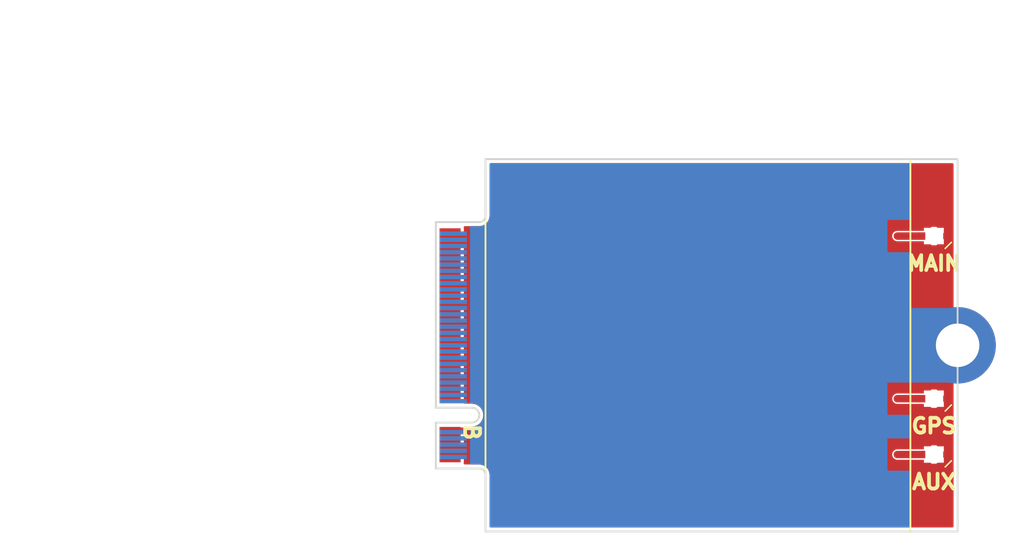
<source format=kicad_pcb>
(kicad_pcb (version 4) (host pcbnew 4.0.7)

  (general
    (links 72)
    (no_connects 4)
    (area 84.07143 67.25 166.375 112.000001)
    (thickness 1.6)
    (drawings 23)
    (tracks 39)
    (zones 0)
    (modules 5)
    (nets 57)
  )

  (page A4)
  (title_block
    (title "M.2 Key B 3042 Template")
    (date 2018-03-15)
    (rev 0.5.0)
    (company "Purism SPC")
    (comment 1 "Copyright 2018")
    (comment 2 "Expat License")
  )

  (layers
    (0 F.Cu signal)
    (31 B.Cu signal)
    (32 B.Adhes user)
    (33 F.Adhes user)
    (34 B.Paste user)
    (35 F.Paste user)
    (36 B.SilkS user)
    (37 F.SilkS user)
    (38 B.Mask user)
    (39 F.Mask user)
    (40 Dwgs.User user)
    (41 Cmts.User user)
    (42 Eco1.User user)
    (43 Eco2.User user)
    (44 Edge.Cuts user)
    (45 Margin user)
    (46 B.CrtYd user)
    (47 F.CrtYd user)
    (48 B.Fab user)
    (49 F.Fab user)
  )

  (setup
    (last_trace_width 0.25)
    (user_trace_width 0.1524)
    (user_trace_width 0.6)
    (trace_clearance 0.15)
    (zone_clearance 0.11)
    (zone_45_only yes)
    (trace_min 0.1524)
    (segment_width 0.2)
    (edge_width 0.15)
    (via_size 0.6)
    (via_drill 0.4)
    (via_min_size 0.508)
    (via_min_drill 0.254)
    (user_via 0.508 0.254)
    (uvia_size 0.3)
    (uvia_drill 0.1)
    (uvias_allowed no)
    (uvia_min_size 0.2)
    (uvia_min_drill 0.1)
    (pcb_text_width 0.3)
    (pcb_text_size 1.5 1.5)
    (mod_edge_width 0.15)
    (mod_text_size 1 1)
    (mod_text_width 0.15)
    (pad_size 0.6 0.55)
    (pad_drill 0)
    (pad_to_mask_clearance 0.2)
    (aux_axis_origin 0 0)
    (visible_elements FFFEFF7F)
    (pcbplotparams
      (layerselection 0x010fc_80000001)
      (usegerberextensions true)
      (excludeedgelayer true)
      (linewidth 0.100000)
      (plotframeref false)
      (viasonmask false)
      (mode 1)
      (useauxorigin false)
      (hpglpennumber 1)
      (hpglpenspeed 20)
      (hpglpendiameter 15)
      (hpglpenoverlay 2)
      (psnegative false)
      (psa4output false)
      (plotreference true)
      (plotvalue true)
      (plotinvisibletext false)
      (padsonsilk false)
      (subtractmaskfromsilk false)
      (outputformat 1)
      (mirror false)
      (drillshape 0)
      (scaleselection 1)
      (outputdirectory gerbers/))
  )

  (net 0 "")
  (net 1 /CONFIG_3)
  (net 2 GND)
  (net 3 /USB_D+)
  (net 4 /USB_D-)
  (net 5 /CONFIG_0)
  (net 6 /GPIO_11)
  (net 7 /GPIO_12)
  (net 8 /PERn1/USB3.0-Rx-/SSIC-RxN)
  (net 9 /PERp1/USB3.0-Rx+/SSIC-RxP)
  (net 10 /PETn1/USB3.0-Tx-/SSIC-TxN)
  (net 11 /PETp1/USB3.0-Tx+/SSIC-TxP)
  (net 12 /PERn0/SATA-B+)
  (net 13 /PERp0/SATA-B-)
  (net 14 /PETn0/SATA-A-)
  (net 15 /PETp0/SATA-A+)
  (net 16 /REFCLKN)
  (net 17 /REFCLKP)
  (net 18 /ANTCTL0)
  (net 19 /ANTCTL1)
  (net 20 /ANTCTL2)
  (net 21 /ANTCTL3)
  (net 22 /~Reset)
  (net 23 /CONFIG_1)
  (net 24 /CONFIG_2)
  (net 25 +3V3)
  (net 26 /~Full_Card_Power_Off)
  (net 27 /~W_DISABLE1)
  (net 28 /GPIO_9/DAS/~DSS)
  (net 29 /GPIO_5)
  (net 30 /GPIO_6)
  (net 31 /GPIO_7)
  (net 32 /GPIO_10)
  (net 33 /GPIO_8)
  (net 34 /UIM-RESET)
  (net 35 /UIM-CLK)
  (net 36 /UIM-DATA)
  (net 37 /UIM-PWR)
  (net 38 /DEVSLP)
  (net 39 /GPIO_0)
  (net 40 /GPIO_1)
  (net 41 /GPIO_2)
  (net 42 /GPIO_3)
  (net 43 /GPIO_4)
  (net 44 /~PERST)
  (net 45 /~CLKREQ)
  (net 46 /~PEWake)
  (net 47 "Net-(J1-Pad56)")
  (net 48 "Net-(J1-Pad58)")
  (net 49 /COEX3)
  (net 50 /COEX2)
  (net 51 /COEX1)
  (net 52 /SIM_Detect)
  (net 53 /SUSCLK)
  (net 54 /AUX)
  (net 55 /GPS)
  (net 56 /MAIN)

  (net_class Default "This is the default net class."
    (clearance 0.15)
    (trace_width 0.25)
    (via_dia 0.6)
    (via_drill 0.4)
    (uvia_dia 0.3)
    (uvia_drill 0.1)
    (add_net +3V3)
    (add_net /ANTCTL0)
    (add_net /ANTCTL1)
    (add_net /ANTCTL2)
    (add_net /ANTCTL3)
    (add_net /COEX1)
    (add_net /COEX2)
    (add_net /COEX3)
    (add_net /CONFIG_0)
    (add_net /CONFIG_1)
    (add_net /CONFIG_2)
    (add_net /CONFIG_3)
    (add_net /DEVSLP)
    (add_net /GPIO_0)
    (add_net /GPIO_1)
    (add_net /GPIO_10)
    (add_net /GPIO_11)
    (add_net /GPIO_12)
    (add_net /GPIO_2)
    (add_net /GPIO_3)
    (add_net /GPIO_4)
    (add_net /GPIO_5)
    (add_net /GPIO_6)
    (add_net /GPIO_7)
    (add_net /GPIO_8)
    (add_net /GPIO_9/DAS/~DSS)
    (add_net /PERn0/SATA-B+)
    (add_net /PERn1/USB3.0-Rx-/SSIC-RxN)
    (add_net /PERp0/SATA-B-)
    (add_net /PERp1/USB3.0-Rx+/SSIC-RxP)
    (add_net /PETn0/SATA-A-)
    (add_net /PETn1/USB3.0-Tx-/SSIC-TxN)
    (add_net /PETp0/SATA-A+)
    (add_net /PETp1/USB3.0-Tx+/SSIC-TxP)
    (add_net /REFCLKN)
    (add_net /REFCLKP)
    (add_net /SIM_Detect)
    (add_net /SUSCLK)
    (add_net /UIM-CLK)
    (add_net /UIM-DATA)
    (add_net /UIM-PWR)
    (add_net /UIM-RESET)
    (add_net /USB_D+)
    (add_net /USB_D-)
    (add_net /~CLKREQ)
    (add_net /~Full_Card_Power_Off)
    (add_net /~PERST)
    (add_net /~PEWake)
    (add_net /~Reset)
    (add_net /~W_DISABLE1)
    (add_net GND)
    (add_net "Net-(J1-Pad56)")
    (add_net "Net-(J1-Pad58)")
  )

  (net_class Antennae ""
    (clearance 0.12)
    (trace_width 0.25)
    (via_dia 0.6)
    (via_drill 0.4)
    (uvia_dia 0.3)
    (uvia_drill 0.1)
    (add_net /AUX)
    (add_net /GPS)
    (add_net /MAIN)
  )

  (module m2_key_b_3042:M.2_Key_B_Gold_Fingers (layer F.Cu) (tedit 5AA962DE) (tstamp 5AA74EB9)
    (at 120 95 270)
    (path /5AA6E568)
    (solder_mask_margin 0.075)
    (fp_text reference J1 (at 0 -2.25 270) (layer F.SilkS) hide
      (effects (font (size 1 1) (thickness 0.15)))
    )
    (fp_text value M.2_Key_B (at 0 -4.5 270) (layer F.Fab)
      (effects (font (size 1 1) (thickness 0.15)))
    )
    (fp_text user "therefore: 1.7mm height top, 2.2mm height bot" (at 0 -6.5 270) (layer Eco1.User) hide
      (effects (font (size 1 1) (thickness 0.15)))
    )
    (fp_text user "Figure 15 - edge of PCB to close edge of pad 0.3 mm top & bot" (at 0 -8.5 270) (layer Eco1.User) hide
      (effects (font (size 1 1) (thickness 0.15)))
    )
    (fp_text user "          - agrees with figures 16 and 17" (at -9.25 -10.5 270) (layer Eco1.User) hide
      (effects (font (size 1 1) (thickness 0.15)))
    )
    (fp_text user "Figure 97 - edge of PCB to far edge of pad 2.0mm top 2.5mm bot" (at 0 -12 270) (layer Eco1.User) hide
      (effects (font (size 1 1) (thickness 0.15)))
    )
    (fp_text user "spacing: 0.15mm" (at 0 -15 270) (layer Eco1.User) hide
      (effects (font (size 1 1) (thickness 0.15)))
    )
    (fp_text user "pitch: 0.5mm" (at 0 -17 270) (layer Eco1.User) hide
      (effects (font (size 1 1) (thickness 0.15)))
    )
    (fp_text user "height: 1.7mm top (odd), 2.2mm height bot (even)" (at 0 -19 270) (layer Eco1.User) hide
      (effects (font (size 1 1) (thickness 0.15)))
    )
    (fp_text user "width: 0.35mm" (at 0 -21 270) (layer Eco1.User) hide
      (effects (font (size 1 1) (thickness 0.15)))
    )
    (fp_text user "Dimensions of pins:" (at 0 -23 270) (layer Eco1.User) hide
      (effects (font (size 1 1) (thickness 0.15)))
    )
    (fp_text user "Since the pin height isn't explicity given anywhere, it needed to be ascertained" (at 0 -25 270) (layer Eco1.User) hide
      (effects (font (size 1 1) (thickness 0.15)))
    )
    (pad 1 smd rect (at 9.25 0 180) (size 1.7 0.35) (layers F.Cu F.Mask)
      (net 1 /CONFIG_3))
    (pad 3 smd rect (at 8.75 0 180) (size 1.7 0.35) (layers F.Cu F.Mask)
      (net 2 GND))
    (pad 5 smd rect (at 8.25 0 180) (size 1.7 0.35) (layers F.Cu F.Mask)
      (net 2 GND))
    (pad 7 smd rect (at 7.75 0 180) (size 1.7 0.35) (layers F.Cu F.Mask)
      (net 3 /USB_D+))
    (pad 9 smd rect (at 7.25 0 180) (size 1.7 0.35) (layers F.Cu F.Mask)
      (net 4 /USB_D-))
    (pad 11 smd rect (at 6.75 0 180) (size 1.7 0.35) (layers F.Cu F.Mask)
      (net 2 GND))
    (pad 21 smd rect (at 4.25 0 180) (size 1.7 0.35) (layers F.Cu F.Mask)
      (net 5 /CONFIG_0))
    (pad 23 smd rect (at 3.75 0 180) (size 1.7 0.35) (layers F.Cu F.Mask)
      (net 6 /GPIO_11))
    (pad 25 smd rect (at 3.25 0 180) (size 1.7 0.35) (layers F.Cu F.Mask)
      (net 7 /GPIO_12))
    (pad 27 smd rect (at 2.75 0 180) (size 1.7 0.35) (layers F.Cu F.Mask)
      (net 2 GND))
    (pad 29 smd rect (at 2.25 0 180) (size 1.7 0.35) (layers F.Cu F.Mask)
      (net 8 /PERn1/USB3.0-Rx-/SSIC-RxN))
    (pad 31 smd rect (at 1.75 0 180) (size 1.7 0.35) (layers F.Cu F.Mask)
      (net 9 /PERp1/USB3.0-Rx+/SSIC-RxP))
    (pad 33 smd rect (at 1.25 0 180) (size 1.7 0.35) (layers F.Cu F.Mask)
      (net 2 GND))
    (pad 35 smd rect (at 0.75 0 180) (size 1.7 0.35) (layers F.Cu F.Mask)
      (net 10 /PETn1/USB3.0-Tx-/SSIC-TxN))
    (pad 37 smd rect (at 0.25 0 180) (size 1.7 0.35) (layers F.Cu F.Mask)
      (net 11 /PETp1/USB3.0-Tx+/SSIC-TxP))
    (pad 39 smd rect (at -0.25 0 180) (size 1.7 0.35) (layers F.Cu F.Mask)
      (net 2 GND))
    (pad 41 smd rect (at -0.75 0 180) (size 1.7 0.35) (layers F.Cu F.Mask)
      (net 12 /PERn0/SATA-B+))
    (pad 43 smd rect (at -1.25 0 180) (size 1.7 0.35) (layers F.Cu F.Mask)
      (net 13 /PERp0/SATA-B-))
    (pad 45 smd rect (at -1.75 0 180) (size 1.7 0.35) (layers F.Cu F.Mask)
      (net 2 GND))
    (pad 47 smd rect (at -2.25 0 180) (size 1.7 0.35) (layers F.Cu F.Mask)
      (net 14 /PETn0/SATA-A-))
    (pad 49 smd rect (at -2.75 0 180) (size 1.7 0.35) (layers F.Cu F.Mask)
      (net 15 /PETp0/SATA-A+))
    (pad 51 smd rect (at -3.25 0 180) (size 1.7 0.35) (layers F.Cu F.Mask)
      (net 2 GND))
    (pad 53 smd rect (at -3.75 0 180) (size 1.7 0.35) (layers F.Cu F.Mask)
      (net 16 /REFCLKN))
    (pad 55 smd rect (at -4.25 0 180) (size 1.7 0.35) (layers F.Cu F.Mask)
      (net 17 /REFCLKP))
    (pad 57 smd rect (at -4.75 0 180) (size 1.7 0.35) (layers F.Cu F.Mask)
      (net 2 GND))
    (pad 59 smd rect (at -5.25 0 180) (size 1.7 0.35) (layers F.Cu F.Mask)
      (net 18 /ANTCTL0))
    (pad 61 smd rect (at -5.75 0 180) (size 1.7 0.35) (layers F.Cu F.Mask)
      (net 19 /ANTCTL1))
    (pad 63 smd rect (at -6.25 0 180) (size 1.7 0.35) (layers F.Cu F.Mask)
      (net 20 /ANTCTL2))
    (pad 65 smd rect (at -6.75 0 180) (size 1.7 0.35) (layers F.Cu F.Mask)
      (net 21 /ANTCTL3))
    (pad 67 smd rect (at -7.25 0 180) (size 1.7 0.35) (layers F.Cu F.Mask)
      (net 22 /~Reset))
    (pad 69 smd rect (at -7.75 0 180) (size 1.7 0.35) (layers F.Cu F.Mask)
      (net 23 /CONFIG_1))
    (pad 71 smd rect (at -8.25 0 180) (size 1.7 0.35) (layers F.Cu F.Mask)
      (net 2 GND))
    (pad 73 smd rect (at -8.75 0 180) (size 1.7 0.35) (layers F.Cu F.Mask)
      (net 2 GND))
    (pad 75 smd rect (at -9.25 0 180) (size 1.7 0.35) (layers F.Cu F.Mask)
      (net 24 /CONFIG_2))
    (pad 2 smd rect (at 9 -0.25 180) (size 2.2 0.35) (layers B.Cu B.Mask)
      (net 25 +3V3))
    (pad 4 smd rect (at 8.5 -0.25 180) (size 2.2 0.35) (layers B.Cu B.Mask)
      (net 25 +3V3))
    (pad 6 smd rect (at 8 -0.25 180) (size 2.2 0.35) (layers B.Cu B.Mask)
      (net 26 /~Full_Card_Power_Off))
    (pad 8 smd rect (at 7.5 -0.25 180) (size 2.2 0.35) (layers B.Cu B.Mask)
      (net 27 /~W_DISABLE1))
    (pad 10 smd rect (at 7 -0.25 180) (size 2.2 0.35) (layers B.Cu B.Mask)
      (net 28 /GPIO_9/DAS/~DSS))
    (pad 20 smd rect (at 4.5 -0.25 180) (size 2.2 0.35) (layers B.Cu B.Mask)
      (net 29 /GPIO_5))
    (pad 22 smd rect (at 4 -0.25 180) (size 2.2 0.35) (layers B.Cu B.Mask)
      (net 30 /GPIO_6))
    (pad 24 smd rect (at 3.5 -0.25 180) (size 2.2 0.35) (layers B.Cu B.Mask)
      (net 31 /GPIO_7))
    (pad 26 smd rect (at 3 -0.25 180) (size 2.2 0.35) (layers B.Cu B.Mask)
      (net 32 /GPIO_10))
    (pad 28 smd rect (at 2.5 -0.25 180) (size 2.2 0.35) (layers B.Cu B.Mask)
      (net 33 /GPIO_8))
    (pad 30 smd rect (at 2 -0.25 180) (size 2.2 0.35) (layers B.Cu B.Mask)
      (net 34 /UIM-RESET))
    (pad 32 smd rect (at 1.5 -0.25 180) (size 2.2 0.35) (layers B.Cu B.Mask)
      (net 35 /UIM-CLK))
    (pad 34 smd rect (at 1 -0.25 180) (size 2.2 0.35) (layers B.Cu B.Mask)
      (net 36 /UIM-DATA))
    (pad 36 smd rect (at 0.5 -0.25 180) (size 2.2 0.35) (layers B.Cu B.Mask)
      (net 37 /UIM-PWR))
    (pad 38 smd rect (at 0 -0.25 180) (size 2.2 0.35) (layers B.Cu B.Mask)
      (net 38 /DEVSLP))
    (pad 40 smd rect (at -0.5 -0.25 180) (size 2.2 0.35) (layers B.Cu B.Mask)
      (net 39 /GPIO_0))
    (pad 42 smd rect (at -1 -0.25 180) (size 2.2 0.35) (layers B.Cu B.Mask)
      (net 40 /GPIO_1))
    (pad 44 smd rect (at -1.5 -0.25 180) (size 2.2 0.35) (layers B.Cu B.Mask)
      (net 41 /GPIO_2))
    (pad 46 smd rect (at -2 -0.25 180) (size 2.2 0.35) (layers B.Cu B.Mask)
      (net 42 /GPIO_3))
    (pad 48 smd rect (at -2.5 -0.25 180) (size 2.2 0.35) (layers B.Cu B.Mask)
      (net 43 /GPIO_4))
    (pad 50 smd rect (at -3 -0.25 180) (size 2.2 0.35) (layers B.Cu B.Mask)
      (net 44 /~PERST))
    (pad 52 smd rect (at -3.5 -0.25 180) (size 2.2 0.35) (layers B.Cu B.Mask)
      (net 45 /~CLKREQ))
    (pad 54 smd rect (at -4 -0.25 180) (size 2.2 0.35) (layers B.Cu B.Mask)
      (net 46 /~PEWake))
    (pad 56 smd rect (at -4.5 -0.25 180) (size 2.2 0.35) (layers B.Cu B.Mask)
      (net 47 "Net-(J1-Pad56)"))
    (pad 58 smd rect (at -5 -0.25 180) (size 2.2 0.35) (layers B.Cu B.Mask)
      (net 48 "Net-(J1-Pad58)"))
    (pad 60 smd rect (at -5.5 -0.25 180) (size 2.2 0.35) (layers B.Cu B.Mask)
      (net 49 /COEX3))
    (pad 62 smd rect (at -6 -0.25 180) (size 2.2 0.35) (layers B.Cu B.Mask)
      (net 50 /COEX2))
    (pad 64 smd rect (at -6.5 -0.25 180) (size 2.2 0.35) (layers B.Cu B.Mask)
      (net 51 /COEX1))
    (pad 66 smd rect (at -7 -0.25 180) (size 2.2 0.35) (layers B.Cu B.Mask)
      (net 52 /SIM_Detect))
    (pad 68 smd rect (at -7.5 -0.25 180) (size 2.2 0.35) (layers B.Cu B.Mask)
      (net 53 /SUSCLK))
    (pad 70 smd rect (at -8 -0.25 180) (size 2.2 0.35) (layers B.Cu B.Mask)
      (net 25 +3V3))
    (pad 72 smd rect (at -8.5 -0.25 180) (size 2.2 0.35) (layers B.Cu B.Mask)
      (net 25 +3V3))
    (pad 74 smd rect (at -9 -0.25 180) (size 2.2 0.35) (layers B.Cu B.Mask)
      (net 25 +3V3))
  )

  (module m2_key_b_3042:MHF4_20449-001E (layer F.Cu) (tedit 5AABE104) (tstamp 5AA9DF18)
    (at 158.95 99.3 270)
    (path /5AA9D4DD)
    (solder_mask_margin 0.000001)
    (attr smd)
    (fp_text reference ANT2 (at 0 5 270) (layer F.SilkS) hide
      (effects (font (size 1 1) (thickness 0.15)))
    )
    (fp_text value Conn_Coaxial (at 0 -5 270) (layer F.Fab)
      (effects (font (size 1 1) (thickness 0.15)))
    )
    (fp_line (start 1 -0.9) (end 0.5 -1.4) (layer F.SilkS) (width 0.12))
    (pad 2 smd rect (at -1 0 270) (size 0.5 1.58) (layers F.Cu F.Paste F.Mask)
      (net 2 GND) (zone_connect 2))
    (pad 2 smd rect (at 1 0 270) (size 0.5 1.58) (layers F.Cu F.Paste F.Mask)
      (net 2 GND) (zone_connect 2))
    (pad 2 smd rect (at 0 -1 270) (size 0.5 0.5) (layers F.Cu F.Paste F.Mask)
      (net 2 GND) (zone_connect 2))
    (pad 1 smd rect (at 0 0.975 270) (size 0.6 0.55) (layers F.Cu F.Paste F.Mask)
      (net 55 /GPS) (solder_mask_margin 0.095) (clearance 0.11))
    (pad 2 smd trapezoid (at -0.71 -0.53 270) (size 0.08 0.52) (layers F.Cu F.Paste F.Mask)
      (net 2 GND) (zone_connect 2))
    (pad 2 smd trapezoid (at -0.73 -0.25 315) (size 0.056569 0.056569) (rect_delta 0 0.056568 ) (layers F.Cu F.Paste F.Mask)
      (net 2 GND) (zone_connect 2))
    (pad 2 smd trapezoid (at -0.73 0.25 45) (size 0.056569 0.056569) (rect_delta 0 0.056568 ) (layers F.Cu F.Paste F.Mask)
      (net 2 GND) (zone_connect 2))
    (pad 2 smd trapezoid (at -0.71 0.53 270) (size 0.08 0.52) (layers F.Cu F.Paste F.Mask)
      (net 2 GND) (zone_connect 2))
    (pad 2 smd trapezoid (at 0.71 -0.53 270) (size 0.08 0.52) (layers F.Cu F.Paste F.Mask)
      (net 2 GND) (zone_connect 2))
    (pad 2 smd trapezoid (at 0.73 0.25 135) (size 0.056569 0.056569) (rect_delta 0 0.056568 ) (layers F.Cu F.Paste F.Mask)
      (net 2 GND) (zone_connect 2))
    (pad 2 smd trapezoid (at 0.73 -0.25 225) (size 0.056569 0.056569) (rect_delta 0 0.056568 ) (layers F.Cu F.Paste F.Mask)
      (net 2 GND) (zone_connect 2))
    (pad 2 smd trapezoid (at 0.71 0.53 270) (size 0.08 0.52) (layers F.Cu F.Paste F.Mask)
      (net 2 GND) (zone_connect 2))
    (pad 2 smd trapezoid (at -0.73 -0.39 270) (size 0.06 0.3) (layers F.Cu F.Paste F.Mask)
      (net 2 GND) (zone_connect 2))
    (pad 2 smd trapezoid (at -0.73 0.39 270) (size 0.06 0.3) (layers F.Cu F.Paste F.Mask)
      (net 2 GND) (zone_connect 2))
    (pad 2 smd trapezoid (at -0.96 0.53) (size 0.06 0.58) (layers F.Cu F.Paste F.Mask)
      (net 2 GND) (zone_connect 2))
    (pad 2 smd trapezoid (at 0.96 -0.53) (size 0.06 0.58) (layers F.Cu F.Paste F.Mask)
      (net 2 GND) (zone_connect 2))
    (pad 2 smd trapezoid (at -0.96 -0.53) (size 0.06 0.58) (layers F.Cu F.Paste F.Mask)
      (net 2 GND) (zone_connect 2))
    (pad 2 smd trapezoid (at 0.96 0.53) (size 0.06 0.58) (layers F.Cu F.Paste F.Mask)
      (net 2 GND) (zone_connect 2))
    (pad 2 smd trapezoid (at 0.73 -0.39 270) (size 0.06 0.3) (layers F.Cu F.Paste F.Mask)
      (net 2 GND) (zone_connect 2))
    (pad 2 smd trapezoid (at 0.73 0.39 270) (size 0.06 0.3) (layers F.Cu F.Paste F.Mask)
      (net 2 GND) (zone_connect 2))
  )

  (module m2_key_b_3042:MHF4_20449-001E (layer F.Cu) (tedit 5AABE104) (tstamp 5AA9DF08)
    (at 158.95 103.8 270)
    (path /5AA9D3C4)
    (solder_mask_margin 0.000001)
    (attr smd)
    (fp_text reference ANT1 (at 0 5 270) (layer F.SilkS) hide
      (effects (font (size 1 1) (thickness 0.15)))
    )
    (fp_text value Conn_Coaxial (at 0 -5 270) (layer F.Fab)
      (effects (font (size 1 1) (thickness 0.15)))
    )
    (fp_line (start 1 -0.9) (end 0.5 -1.4) (layer F.SilkS) (width 0.12))
    (pad 2 smd rect (at -1 0 270) (size 0.5 1.58) (layers F.Cu F.Paste F.Mask)
      (net 2 GND) (zone_connect 2))
    (pad 2 smd rect (at 1 0 270) (size 0.5 1.58) (layers F.Cu F.Paste F.Mask)
      (net 2 GND) (zone_connect 2))
    (pad 2 smd rect (at 0 -1 270) (size 0.5 0.5) (layers F.Cu F.Paste F.Mask)
      (net 2 GND) (zone_connect 2))
    (pad 1 smd rect (at 0 0.975 270) (size 0.6 0.55) (layers F.Cu F.Paste F.Mask)
      (net 54 /AUX) (solder_mask_margin 0.095) (clearance 0.11))
    (pad 2 smd trapezoid (at -0.71 -0.53 270) (size 0.08 0.52) (layers F.Cu F.Paste F.Mask)
      (net 2 GND) (zone_connect 2))
    (pad 2 smd trapezoid (at -0.73 -0.25 315) (size 0.056569 0.056569) (rect_delta 0 0.056568 ) (layers F.Cu F.Paste F.Mask)
      (net 2 GND) (zone_connect 2))
    (pad 2 smd trapezoid (at -0.73 0.25 45) (size 0.056569 0.056569) (rect_delta 0 0.056568 ) (layers F.Cu F.Paste F.Mask)
      (net 2 GND) (zone_connect 2))
    (pad 2 smd trapezoid (at -0.71 0.53 270) (size 0.08 0.52) (layers F.Cu F.Paste F.Mask)
      (net 2 GND) (zone_connect 2))
    (pad 2 smd trapezoid (at 0.71 -0.53 270) (size 0.08 0.52) (layers F.Cu F.Paste F.Mask)
      (net 2 GND) (zone_connect 2))
    (pad 2 smd trapezoid (at 0.73 0.25 135) (size 0.056569 0.056569) (rect_delta 0 0.056568 ) (layers F.Cu F.Paste F.Mask)
      (net 2 GND) (zone_connect 2))
    (pad 2 smd trapezoid (at 0.73 -0.25 225) (size 0.056569 0.056569) (rect_delta 0 0.056568 ) (layers F.Cu F.Paste F.Mask)
      (net 2 GND) (zone_connect 2))
    (pad 2 smd trapezoid (at 0.71 0.53 270) (size 0.08 0.52) (layers F.Cu F.Paste F.Mask)
      (net 2 GND) (zone_connect 2))
    (pad 2 smd trapezoid (at -0.73 -0.39 270) (size 0.06 0.3) (layers F.Cu F.Paste F.Mask)
      (net 2 GND) (zone_connect 2))
    (pad 2 smd trapezoid (at -0.73 0.39 270) (size 0.06 0.3) (layers F.Cu F.Paste F.Mask)
      (net 2 GND) (zone_connect 2))
    (pad 2 smd trapezoid (at -0.96 0.53) (size 0.06 0.58) (layers F.Cu F.Paste F.Mask)
      (net 2 GND) (zone_connect 2))
    (pad 2 smd trapezoid (at 0.96 -0.53) (size 0.06 0.58) (layers F.Cu F.Paste F.Mask)
      (net 2 GND) (zone_connect 2))
    (pad 2 smd trapezoid (at -0.96 -0.53) (size 0.06 0.58) (layers F.Cu F.Paste F.Mask)
      (net 2 GND) (zone_connect 2))
    (pad 2 smd trapezoid (at 0.96 0.53) (size 0.06 0.58) (layers F.Cu F.Paste F.Mask)
      (net 2 GND) (zone_connect 2))
    (pad 2 smd trapezoid (at 0.73 -0.39 270) (size 0.06 0.3) (layers F.Cu F.Paste F.Mask)
      (net 2 GND) (zone_connect 2))
    (pad 2 smd trapezoid (at 0.73 0.39 270) (size 0.06 0.3) (layers F.Cu F.Paste F.Mask)
      (net 2 GND) (zone_connect 2))
  )

  (module m2_key_b_3042:MHF4_20449-001E (layer F.Cu) (tedit 5AABE104) (tstamp 5AA9DF28)
    (at 158.95 86.2 270)
    (path /5AA9D54E)
    (solder_mask_margin 0.000001)
    (attr smd)
    (fp_text reference ANT4 (at 0 5 270) (layer F.SilkS) hide
      (effects (font (size 1 1) (thickness 0.15)))
    )
    (fp_text value Conn_Coaxial (at 0 -5 270) (layer F.Fab)
      (effects (font (size 1 1) (thickness 0.15)))
    )
    (fp_line (start 1 -0.9) (end 0.5 -1.4) (layer F.SilkS) (width 0.12))
    (pad 2 smd rect (at -1 0 270) (size 0.5 1.58) (layers F.Cu F.Paste F.Mask)
      (net 2 GND) (zone_connect 2))
    (pad 2 smd rect (at 1 0 270) (size 0.5 1.58) (layers F.Cu F.Paste F.Mask)
      (net 2 GND) (zone_connect 2))
    (pad 2 smd rect (at 0 -1 270) (size 0.5 0.5) (layers F.Cu F.Paste F.Mask)
      (net 2 GND) (zone_connect 2))
    (pad 1 smd rect (at 0 0.975 270) (size 0.6 0.55) (layers F.Cu F.Paste F.Mask)
      (net 56 /MAIN) (solder_mask_margin 0.095) (clearance 0.11))
    (pad 2 smd trapezoid (at -0.71 -0.53 270) (size 0.08 0.52) (layers F.Cu F.Paste F.Mask)
      (net 2 GND) (zone_connect 2))
    (pad 2 smd trapezoid (at -0.73 -0.25 315) (size 0.056569 0.056569) (rect_delta 0 0.056568 ) (layers F.Cu F.Paste F.Mask)
      (net 2 GND) (zone_connect 2))
    (pad 2 smd trapezoid (at -0.73 0.25 45) (size 0.056569 0.056569) (rect_delta 0 0.056568 ) (layers F.Cu F.Paste F.Mask)
      (net 2 GND) (zone_connect 2))
    (pad 2 smd trapezoid (at -0.71 0.53 270) (size 0.08 0.52) (layers F.Cu F.Paste F.Mask)
      (net 2 GND) (zone_connect 2))
    (pad 2 smd trapezoid (at 0.71 -0.53 270) (size 0.08 0.52) (layers F.Cu F.Paste F.Mask)
      (net 2 GND) (zone_connect 2))
    (pad 2 smd trapezoid (at 0.73 0.25 135) (size 0.056569 0.056569) (rect_delta 0 0.056568 ) (layers F.Cu F.Paste F.Mask)
      (net 2 GND) (zone_connect 2))
    (pad 2 smd trapezoid (at 0.73 -0.25 225) (size 0.056569 0.056569) (rect_delta 0 0.056568 ) (layers F.Cu F.Paste F.Mask)
      (net 2 GND) (zone_connect 2))
    (pad 2 smd trapezoid (at 0.71 0.53 270) (size 0.08 0.52) (layers F.Cu F.Paste F.Mask)
      (net 2 GND) (zone_connect 2))
    (pad 2 smd trapezoid (at -0.73 -0.39 270) (size 0.06 0.3) (layers F.Cu F.Paste F.Mask)
      (net 2 GND) (zone_connect 2))
    (pad 2 smd trapezoid (at -0.73 0.39 270) (size 0.06 0.3) (layers F.Cu F.Paste F.Mask)
      (net 2 GND) (zone_connect 2))
    (pad 2 smd trapezoid (at -0.96 0.53) (size 0.06 0.58) (layers F.Cu F.Paste F.Mask)
      (net 2 GND) (zone_connect 2))
    (pad 2 smd trapezoid (at 0.96 -0.53) (size 0.06 0.58) (layers F.Cu F.Paste F.Mask)
      (net 2 GND) (zone_connect 2))
    (pad 2 smd trapezoid (at -0.96 -0.53) (size 0.06 0.58) (layers F.Cu F.Paste F.Mask)
      (net 2 GND) (zone_connect 2))
    (pad 2 smd trapezoid (at 0.96 0.53) (size 0.06 0.58) (layers F.Cu F.Paste F.Mask)
      (net 2 GND) (zone_connect 2))
    (pad 2 smd trapezoid (at 0.73 -0.39 270) (size 0.06 0.3) (layers F.Cu F.Paste F.Mask)
      (net 2 GND) (zone_connect 2))
    (pad 2 smd trapezoid (at 0.73 0.39 270) (size 0.06 0.3) (layers F.Cu F.Paste F.Mask)
      (net 2 GND) (zone_connect 2))
  )

  (module m2_key_b_3042:M.2_Mounting_Hole (layer F.Cu) (tedit 5AABE30C) (tstamp 5AAF8C89)
    (at 160.85 95 90)
    (descr "Mounting Hole 3.5mm")
    (tags "mounting hole 3.5mm")
    (solder_mask_margin -1.25)
    (fp_text reference REF** (at 0 -4.5 90) (layer F.SilkS) hide
      (effects (font (size 1 1) (thickness 0.15)))
    )
    (fp_text value MountingHole_3.5mm_Pad (at 0 4.5 90) (layer F.Fab)
      (effects (font (size 1 1) (thickness 0.15)))
    )
    (fp_arc (start 0 0) (end -2.25 0) (angle 180) (layer F.Mask) (width 1))
    (fp_arc (start 0 -1) (end -2.375 -1) (angle 180) (layer B.Mask) (width 1.25))
    (fp_line (start -2.375 -1) (end -2.375 0) (layer B.Mask) (width 1.25))
    (fp_line (start 2.375 -1) (end 2.375 0) (layer B.Mask) (width 1.25))
    (fp_arc (start 0 0) (end -2.25 0) (angle 180) (layer B.Mask) (width 1))
    (pad 1 thru_hole circle (at 0 0 90) (size 6.15 6.15) (drill 3.5) (layers *.Cu *.Mask)
      (net 2 GND) (zone_connect 2))
  )

  (gr_text MAIN (at 158.95 88.4) (layer F.SilkS)
    (effects (font (size 1.2 1.2) (thickness 0.3)))
  )
  (gr_text AUX (at 158.95 106) (layer F.SilkS)
    (effects (font (size 1.2 1.2) (thickness 0.3)))
  )
  (gr_text GPS (at 158.95 101.5) (layer F.SilkS)
    (effects (font (size 1.2 1.2) (thickness 0.3)))
  )
  (gr_text "3042 typically 8 layers with 1oz copper" (at 140 76) (layer Eco1.User)
    (effects (font (size 1.5 1.5) (thickness 0.3)))
  )
  (gr_line (start 157.05 80) (end 157.05 110) (layer F.SilkS) (width 0.15))
  (gr_line (start 122.85 84.575) (end 122.85 105.425) (layer F.SilkS) (width 0.15))
  (gr_text B (at 121.75 102 270) (layer F.SilkS)
    (effects (font (size 1.2 1.2) (thickness 0.3)))
  )
  (gr_text "Reference 2.3.2.1\nTin Can can only be MAX 1.5mm thick?\nBoard must be 0.8mm thick" (at 140 71) (layer Eco1.User)
    (effects (font (size 1.5 1.5) (thickness 0.3)))
  )
  (gr_text "Edge needs to be bevelled?" (at 100 93) (layer Eco1.User)
    (effects (font (size 1.5 1.5) (thickness 0.3)))
  )
  (gr_line (start 122.85 110) (end 160.85 110) (layer Edge.Cuts) (width 0.15))
  (gr_line (start 160.85 80) (end 122.85 80) (layer Edge.Cuts) (width 0.15))
  (gr_arc (start 122.35 84.575) (end 122.85 84.575) (angle 90) (layer Edge.Cuts) (width 0.15))
  (gr_arc (start 122.35 105.425) (end 122.35 104.925) (angle 90) (layer Edge.Cuts) (width 0.15))
  (gr_line (start 122.85 84.575) (end 122.85 80) (layer Edge.Cuts) (width 0.15))
  (gr_line (start 122.85 105.425) (end 122.85 110) (layer Edge.Cuts) (width 0.15))
  (gr_arc (start 121.75 100.625) (end 121.75 100.025) (angle 180) (layer Edge.Cuts) (width 0.15))
  (gr_line (start 122.35 104.925) (end 118.85 104.925) (layer Edge.Cuts) (width 0.15))
  (gr_line (start 160.85 80) (end 160.85 110) (layer Edge.Cuts) (width 0.15))
  (gr_line (start 118.85 85.075) (end 122.35 85.075) (layer Edge.Cuts) (width 0.15))
  (gr_line (start 118.85 101.225) (end 118.85 104.925) (layer Edge.Cuts) (width 0.15))
  (gr_line (start 121.75 101.225) (end 118.85 101.225) (layer Edge.Cuts) (width 0.15))
  (gr_line (start 118.85 100.025) (end 121.75 100.025) (layer Edge.Cuts) (width 0.15))
  (gr_line (start 118.85 85.075) (end 118.85 100.025) (layer Edge.Cuts) (width 0.15))

  (segment (start 160.85 95) (end 157.85 95) (width 0.25) (layer F.Cu) (net 2))
  (segment (start 158.95 85.2) (end 158.16 85.2) (width 0.25) (layer F.Cu) (net 2))
  (segment (start 158.95 102.8) (end 158.16 102.8) (width 0.25) (layer F.Cu) (net 2) (tstamp 5AAB1470))
  (segment (start 158.95 98.3) (end 158.16 98.3) (width 0.25) (layer F.Cu) (net 2))
  (segment (start 120 86.25) (end 121.25 86.25) (width 0.25) (layer F.Cu) (net 2))
  (segment (start 121.25 86.25) (end 121.5 86.5) (width 0.25) (layer F.Cu) (net 2))
  (segment (start 121.25 86.75) (end 120 86.75) (width 0.25) (layer F.Cu) (net 2))
  (segment (start 121.5 86.5) (end 121.25 86.75) (width 0.25) (layer F.Cu) (net 2))
  (segment (start 121.1 90.25) (end 121.5 90.65) (width 0.25) (layer F.Cu) (net 2))
  (segment (start 121.5 91.35) (end 121.1 91.75) (width 0.25) (layer F.Cu) (net 2))
  (segment (start 121.5 90.65) (end 121.5 91.35) (width 0.25) (layer F.Cu) (net 2))
  (segment (start 120 93.25) (end 121.1 93.25) (width 0.25) (layer F.Cu) (net 2))
  (segment (start 121.1 94.75) (end 120 94.75) (width 0.25) (layer F.Cu) (net 2))
  (segment (start 120 96.25) (end 121.020002 96.25) (width 0.25) (layer F.Cu) (net 2))
  (segment (start 120 90.25) (end 121.1 90.25) (width 0.25) (layer F.Cu) (net 2))
  (segment (start 121.5 94.35) (end 121.1 94.75) (width 0.25) (layer F.Cu) (net 2))
  (segment (start 121.5 96.729998) (end 121.5 97.35) (width 0.25) (layer F.Cu) (net 2))
  (segment (start 121.1 103.25) (end 120 103.25) (width 0.25) (layer F.Cu) (net 2))
  (segment (start 121.5 97.35) (end 121.1 97.75) (width 0.25) (layer F.Cu) (net 2))
  (segment (start 121.1 93.25) (end 121.5 93.65) (width 0.25) (layer F.Cu) (net 2))
  (segment (start 121.5 102) (end 121.5 102.85) (width 0.25) (layer F.Cu) (net 2))
  (segment (start 121.5 102.85) (end 121.1 103.25) (width 0.25) (layer F.Cu) (net 2))
  (segment (start 120 103.75) (end 121.25 103.75) (width 0.25) (layer F.Cu) (net 2))
  (segment (start 121.25 103.75) (end 121.5 103.5) (width 0.25) (layer F.Cu) (net 2))
  (segment (start 121.020002 96.25) (end 121.5 96.729998) (width 0.25) (layer F.Cu) (net 2))
  (segment (start 121.25 103.25) (end 120 103.25) (width 0.25) (layer F.Cu) (net 2))
  (segment (start 121.5 103.5) (end 121.25 103.25) (width 0.25) (layer F.Cu) (net 2))
  (segment (start 121.1 97.75) (end 120 97.75) (width 0.25) (layer F.Cu) (net 2))
  (segment (start 120 101.75) (end 121.25 101.75) (width 0.25) (layer F.Cu) (net 2))
  (segment (start 121.1 91.75) (end 120 91.75) (width 0.25) (layer F.Cu) (net 2))
  (segment (start 121.25 101.75) (end 121.5 102) (width 0.25) (layer F.Cu) (net 2))
  (segment (start 121.5 93.65) (end 121.5 94.35) (width 0.25) (layer F.Cu) (net 2))
  (segment (start 160.85 95) (end 156.9 95) (width 0.25) (layer B.Cu) (net 2))
  (segment (start 157.7 103.8) (end 156 103.8) (width 0.6) (layer F.Cu) (net 54))
  (segment (start 157.975 103.8) (end 157.7 103.8) (width 0.25) (layer F.Cu) (net 54))
  (segment (start 157.7 99.3) (end 156 99.3) (width 0.6) (layer F.Cu) (net 55))
  (segment (start 157.975 99.3) (end 157.7 99.3) (width 0.25) (layer F.Cu) (net 55))
  (segment (start 157.7 86.2) (end 156 86.2) (width 0.6) (layer F.Cu) (net 56))
  (segment (start 157.975 86.2) (end 157.7 86.2) (width 0.25) (layer F.Cu) (net 56))

  (zone (net 2) (net_name GND) (layer F.Cu) (tstamp 0) (hatch edge 0.508)
    (connect_pads (clearance 0.25))
    (min_thickness 0.2)
    (fill yes (arc_segments 16) (thermal_gap 0.25) (thermal_bridge_width 0.25))
    (polygon
      (pts
        (xy 162 111) (xy 118 111) (xy 118 79) (xy 162 79)
      )
    )
    (filled_polygon
      (pts
        (xy 160.425 109.575) (xy 123.275 109.575) (xy 123.275 105.425) (xy 123.266834 105.383947) (xy 123.266834 105.342088)
        (xy 123.228774 105.150745) (xy 123.165315 104.997542) (xy 123.165313 104.99754) (xy 123.165313 104.997539) (xy 123.056927 104.835328)
        (xy 122.975339 104.753741) (xy 122.939672 104.718073) (xy 122.777461 104.609686) (xy 122.624258 104.546227) (xy 122.624257 104.546227)
        (xy 122.624255 104.546226) (xy 122.432913 104.508166) (xy 122.391053 104.508166) (xy 122.35 104.5) (xy 121.191668 104.5)
        (xy 121.206856 104.425) (xy 121.206856 104.075) (xy 121.194314 104.008346) (xy 121.2 103.99462) (xy 121.2 103.8625)
        (xy 121.1375 103.8) (xy 155.35 103.8) (xy 155.399478 104.048744) (xy 155.540381 104.259619) (xy 155.751256 104.400522)
        (xy 156 104.45) (xy 157.666144 104.45) (xy 157.7 104.456856) (xy 158.035 104.456856) (xy 158.035 104.47)
        (xy 158.041839 104.506346) (xy 158.063319 104.539727) (xy 158.096094 104.562121) (xy 158.135 104.57) (xy 158.638578 104.57)
        (xy 158.689289 104.620711) (xy 158.721094 104.642121) (xy 158.76 104.65) (xy 159.14 104.65) (xy 159.177629 104.64265)
        (xy 159.210711 104.620711) (xy 159.261422 104.57) (xy 159.74 104.57) (xy 159.776346 104.563161) (xy 159.809727 104.541681)
        (xy 159.832121 104.508906) (xy 159.84 104.47) (xy 159.84 104.05) (xy 159.833161 104.013654) (xy 159.811681 103.980273)
        (xy 159.8 103.972292) (xy 159.8 103.62794) (xy 159.809727 103.621681) (xy 159.832121 103.588906) (xy 159.84 103.55)
        (xy 159.84 103.13) (xy 159.833161 103.093654) (xy 159.811681 103.060273) (xy 159.778906 103.037879) (xy 159.74 103.03)
        (xy 159.261422 103.03) (xy 159.210711 102.979289) (xy 159.178906 102.957879) (xy 159.14 102.95) (xy 158.76 102.95)
        (xy 158.722371 102.95735) (xy 158.689289 102.979289) (xy 158.638578 103.03) (xy 158.135 103.03) (xy 158.098654 103.036839)
        (xy 158.065273 103.058319) (xy 158.042879 103.091094) (xy 158.035 103.13) (xy 158.035 103.143144) (xy 157.7 103.143144)
        (xy 157.663563 103.15) (xy 156 103.15) (xy 155.751256 103.199478) (xy 155.540381 103.340381) (xy 155.399478 103.551256)
        (xy 155.35 103.8) (xy 121.1375 103.8) (xy 121.1125 103.775) (xy 121.030901 103.775) (xy 120.988901 103.746303)
        (xy 121.040331 103.725) (xy 121.1125 103.725) (xy 121.2 103.6375) (xy 121.2 103.50538) (xy 121.197771 103.5)
        (xy 121.2 103.49462) (xy 121.2 103.3625) (xy 121.1125 103.275) (xy 121.040331 103.275) (xy 120.986853 103.252849)
        (xy 121.030132 103.225) (xy 121.1125 103.225) (xy 121.2 103.1375) (xy 121.2 103.00538) (xy 121.193672 102.990104)
        (xy 121.206856 102.925) (xy 121.206856 102.575) (xy 121.192226 102.497247) (xy 121.206856 102.425) (xy 121.206856 102.075)
        (xy 121.194314 102.008346) (xy 121.2 101.99462) (xy 121.2 101.8625) (xy 121.1125 101.775) (xy 121.030901 101.775)
        (xy 120.988837 101.746259) (xy 120.883856 101.725) (xy 121.1125 101.725) (xy 121.1875 101.65) (xy 121.75 101.65)
        (xy 121.791053 101.641834) (xy 121.832913 101.641834) (xy 122.062523 101.596162) (xy 122.062524 101.596162) (xy 122.215728 101.532702)
        (xy 122.410382 101.402638) (xy 122.52764 101.28538) (xy 122.657703 101.090727) (xy 122.721162 100.937524) (xy 122.721162 100.937523)
        (xy 122.766834 100.707913) (xy 122.766834 100.542087) (xy 122.721162 100.312477) (xy 122.709222 100.28365) (xy 122.657703 100.159273)
        (xy 122.527638 99.964618) (xy 122.41038 99.84736) (xy 122.215728 99.717298) (xy 122.062524 99.653838) (xy 122.062523 99.653838)
        (xy 121.832913 99.608166) (xy 121.791053 99.608166) (xy 121.75 99.6) (xy 121.154032 99.6) (xy 121.178741 99.563837)
        (xy 121.206856 99.425) (xy 121.206856 99.3) (xy 155.35 99.3) (xy 155.399478 99.548744) (xy 155.540381 99.759619)
        (xy 155.751256 99.900522) (xy 156 99.95) (xy 157.666144 99.95) (xy 157.7 99.956856) (xy 158.035 99.956856)
        (xy 158.035 99.97) (xy 158.041839 100.006346) (xy 158.063319 100.039727) (xy 158.096094 100.062121) (xy 158.135 100.07)
        (xy 158.638578 100.07) (xy 158.689289 100.120711) (xy 158.721094 100.142121) (xy 158.76 100.15) (xy 159.14 100.15)
        (xy 159.177629 100.14265) (xy 159.210711 100.120711) (xy 159.261422 100.07) (xy 159.74 100.07) (xy 159.776346 100.063161)
        (xy 159.809727 100.041681) (xy 159.832121 100.008906) (xy 159.84 99.97) (xy 159.84 99.55) (xy 159.833161 99.513654)
        (xy 159.811681 99.480273) (xy 159.8 99.472292) (xy 159.8 99.12794) (xy 159.809727 99.121681) (xy 159.832121 99.088906)
        (xy 159.84 99.05) (xy 159.84 98.63) (xy 159.833161 98.593654) (xy 159.811681 98.560273) (xy 159.778906 98.537879)
        (xy 159.74 98.53) (xy 159.261422 98.53) (xy 159.210711 98.479289) (xy 159.178906 98.457879) (xy 159.14 98.45)
        (xy 158.76 98.45) (xy 158.722371 98.45735) (xy 158.689289 98.479289) (xy 158.638578 98.53) (xy 158.135 98.53)
        (xy 158.098654 98.536839) (xy 158.065273 98.558319) (xy 158.042879 98.591094) (xy 158.035 98.63) (xy 158.035 98.643144)
        (xy 157.7 98.643144) (xy 157.663563 98.65) (xy 156 98.65) (xy 155.751256 98.699478) (xy 155.540381 98.840381)
        (xy 155.399478 99.051256) (xy 155.35 99.3) (xy 121.206856 99.3) (xy 121.206856 99.075) (xy 121.192226 98.997247)
        (xy 121.206856 98.925) (xy 121.206856 98.575) (xy 121.192226 98.497247) (xy 121.206856 98.425) (xy 121.206856 98.075)
        (xy 121.194314 98.008346) (xy 121.2 97.99462) (xy 121.2 97.8625) (xy 121.1125 97.775) (xy 121.030901 97.775)
        (xy 120.992842 97.748996) (xy 121.030132 97.725) (xy 121.1125 97.725) (xy 121.2 97.6375) (xy 121.2 97.50538)
        (xy 121.193672 97.490104) (xy 121.206856 97.425) (xy 121.206856 97.075) (xy 121.192226 96.997247) (xy 121.206856 96.925)
        (xy 121.206856 96.575) (xy 121.194314 96.508346) (xy 121.2 96.49462) (xy 121.2 96.3625) (xy 121.1125 96.275)
        (xy 121.030901 96.275) (xy 120.992842 96.248996) (xy 121.030132 96.225) (xy 121.1125 96.225) (xy 121.2 96.1375)
        (xy 121.2 96.00538) (xy 121.193672 95.990104) (xy 121.206856 95.925) (xy 121.206856 95.575) (xy 121.192226 95.497247)
        (xy 121.206856 95.425) (xy 121.206856 95.075) (xy 121.194314 95.008346) (xy 121.2 94.99462) (xy 121.2 94.8625)
        (xy 121.1125 94.775) (xy 121.030901 94.775) (xy 120.992842 94.748996) (xy 121.030132 94.725) (xy 121.1125 94.725)
        (xy 121.2 94.6375) (xy 121.2 94.50538) (xy 121.193672 94.490104) (xy 121.206856 94.425) (xy 121.206856 94.075)
        (xy 121.192226 93.997247) (xy 121.206856 93.925) (xy 121.206856 93.575) (xy 121.194314 93.508346) (xy 121.2 93.49462)
        (xy 121.2 93.3625) (xy 121.1125 93.275) (xy 121.030901 93.275) (xy 120.992842 93.248996) (xy 121.030132 93.225)
        (xy 121.1125 93.225) (xy 121.2 93.1375) (xy 121.2 93.00538) (xy 121.193672 92.990104) (xy 121.206856 92.925)
        (xy 121.206856 92.575) (xy 121.192226 92.497247) (xy 121.206856 92.425) (xy 121.206856 92.075) (xy 121.194314 92.008346)
        (xy 121.2 91.99462) (xy 121.2 91.8625) (xy 121.1125 91.775) (xy 121.030901 91.775) (xy 120.992842 91.748996)
        (xy 121.030132 91.725) (xy 121.1125 91.725) (xy 121.2 91.6375) (xy 121.2 91.50538) (xy 121.193672 91.490104)
        (xy 121.206856 91.425) (xy 121.206856 91.075) (xy 121.192226 90.997247) (xy 121.206856 90.925) (xy 121.206856 90.575)
        (xy 121.194314 90.508346) (xy 121.2 90.49462) (xy 121.2 90.3625) (xy 121.1125 90.275) (xy 121.030901 90.275)
        (xy 120.992842 90.248996) (xy 121.030132 90.225) (xy 121.1125 90.225) (xy 121.2 90.1375) (xy 121.2 90.00538)
        (xy 121.193672 89.990104) (xy 121.206856 89.925) (xy 121.206856 89.575) (xy 121.192226 89.497247) (xy 121.206856 89.425)
        (xy 121.206856 89.075) (xy 121.192226 88.997247) (xy 121.206856 88.925) (xy 121.206856 88.575) (xy 121.192226 88.497247)
        (xy 121.206856 88.425) (xy 121.206856 88.075) (xy 121.192226 87.997247) (xy 121.206856 87.925) (xy 121.206856 87.575)
        (xy 121.192226 87.497247) (xy 121.206856 87.425) (xy 121.206856 87.075) (xy 121.194314 87.008346) (xy 121.2 86.99462)
        (xy 121.2 86.8625) (xy 121.1125 86.775) (xy 121.030901 86.775) (xy 120.988901 86.746303) (xy 121.040331 86.725)
        (xy 121.1125 86.725) (xy 121.2 86.6375) (xy 121.2 86.50538) (xy 121.197771 86.5) (xy 121.2 86.49462)
        (xy 121.2 86.3625) (xy 121.1125 86.275) (xy 121.040331 86.275) (xy 120.986853 86.252849) (xy 121.030132 86.225)
        (xy 121.1125 86.225) (xy 121.1375 86.2) (xy 155.35 86.2) (xy 155.399478 86.448744) (xy 155.540381 86.659619)
        (xy 155.751256 86.800522) (xy 156 86.85) (xy 157.666144 86.85) (xy 157.7 86.856856) (xy 158.035 86.856856)
        (xy 158.035 86.87) (xy 158.041839 86.906346) (xy 158.063319 86.939727) (xy 158.096094 86.962121) (xy 158.135 86.97)
        (xy 158.638578 86.97) (xy 158.689289 87.020711) (xy 158.721094 87.042121) (xy 158.76 87.05) (xy 159.14 87.05)
        (xy 159.177629 87.04265) (xy 159.210711 87.020711) (xy 159.261422 86.97) (xy 159.74 86.97) (xy 159.776346 86.963161)
        (xy 159.809727 86.941681) (xy 159.832121 86.908906) (xy 159.84 86.87) (xy 159.84 86.45) (xy 159.833161 86.413654)
        (xy 159.811681 86.380273) (xy 159.8 86.372292) (xy 159.8 86.02794) (xy 159.809727 86.021681) (xy 159.832121 85.988906)
        (xy 159.84 85.95) (xy 159.84 85.53) (xy 159.833161 85.493654) (xy 159.811681 85.460273) (xy 159.778906 85.437879)
        (xy 159.74 85.43) (xy 159.261422 85.43) (xy 159.210711 85.379289) (xy 159.178906 85.357879) (xy 159.14 85.35)
        (xy 158.76 85.35) (xy 158.722371 85.35735) (xy 158.689289 85.379289) (xy 158.638578 85.43) (xy 158.135 85.43)
        (xy 158.098654 85.436839) (xy 158.065273 85.458319) (xy 158.042879 85.491094) (xy 158.035 85.53) (xy 158.035 85.543144)
        (xy 157.7 85.543144) (xy 157.663563 85.55) (xy 156 85.55) (xy 155.751256 85.599478) (xy 155.540381 85.740381)
        (xy 155.399478 85.951256) (xy 155.35 86.2) (xy 121.1375 86.2) (xy 121.2 86.1375) (xy 121.2 86.00538)
        (xy 121.193672 85.990104) (xy 121.206856 85.925) (xy 121.206856 85.575) (xy 121.192744 85.5) (xy 122.35 85.5)
        (xy 122.391053 85.491834) (xy 122.432913 85.491834) (xy 122.624255 85.453774) (xy 122.624257 85.453773) (xy 122.624258 85.453773)
        (xy 122.777461 85.390314) (xy 122.939672 85.281927) (xy 123.003454 85.218144) (xy 123.056927 85.164672) (xy 123.165313 85.002461)
        (xy 123.165314 85.002459) (xy 123.165315 85.002458) (xy 123.228774 84.849255) (xy 123.266834 84.657912) (xy 123.266834 84.616053)
        (xy 123.275 84.575) (xy 123.275 80.425) (xy 160.425 80.425)
      )
    )
  )
  (zone (net 0) (net_name "") (layer B.Mask) (tstamp 0) (hatch edge 0.508)
    (connect_pads (clearance 0.25))
    (min_thickness 0.00001)
    (fill yes (arc_segments 16) (thermal_gap 0.25) (thermal_bridge_width 0.25))
    (polygon
      (pts
        (xy 121.425 100.025) (xy 121.425 85.075) (xy 118.85 85.075) (xy 118.85 100.025)
      )
    )
    (filled_polygon
      (pts
        (xy 121.424995 100.024995) (xy 118.850005 100.024995) (xy 118.850005 85.075005) (xy 121.424995 85.075005)
      )
    )
  )
  (zone (net 0) (net_name "") (layer B.Mask) (tstamp 0) (hatch edge 0.508)
    (connect_pads (clearance 0.25))
    (min_thickness 0.00001)
    (fill yes (arc_segments 16) (thermal_gap 0.25) (thermal_bridge_width 0.25))
    (polygon
      (pts
        (xy 121.425 104.925) (xy 121.425 101.225) (xy 118.85 101.225) (xy 118.85 104.925)
      )
    )
    (filled_polygon
      (pts
        (xy 121.424995 104.924995) (xy 118.850005 104.924995) (xy 118.850005 101.225005) (xy 121.424995 101.225005)
      )
    )
  )
  (zone (net 0) (net_name "") (layer F.Mask) (tstamp 0) (hatch edge 0.508)
    (connect_pads (clearance 0.25))
    (min_thickness 0.00001)
    (fill yes (arc_segments 16) (thermal_gap 0.25) (thermal_bridge_width 0.25))
    (polygon
      (pts
        (xy 120.925 100.025) (xy 120.925 85.075) (xy 118.85 85.075) (xy 118.85 100.025)
      )
    )
    (filled_polygon
      (pts
        (xy 120.924995 100.024995) (xy 118.850005 100.024995) (xy 118.850005 85.075005) (xy 120.924995 85.075005)
      )
    )
  )
  (zone (net 0) (net_name "") (layer F.Mask) (tstamp 0) (hatch edge 0.508)
    (connect_pads (clearance 0.25))
    (min_thickness 0.00001)
    (fill yes (arc_segments 16) (thermal_gap 0.25) (thermal_bridge_width 0.25))
    (polygon
      (pts
        (xy 120.925 104.925) (xy 120.925 101.225) (xy 118.85 101.225) (xy 118.85 104.925)
      )
    )
    (filled_polygon
      (pts
        (xy 120.924995 104.924995) (xy 118.850005 104.924995) (xy 118.850005 101.225005) (xy 120.924995 101.225005)
      )
    )
  )
  (zone (net 0) (net_name "") (layer B.Cu) (tstamp 0) (hatch full 0.508)
    (connect_pads (clearance 0.25))
    (min_thickness 0.00001)
    (keepout (tracks allowed) (vias allowed) (copperpour not_allowed))
    (fill yes (arc_segments 16) (thermal_gap 0.25) (thermal_bridge_width 0.25))
    (polygon
      (pts
        (xy 121.6 85.825) (xy 121.6 85.4) (xy 121.575 85.4) (xy 121.575 85.825)
      )
    )
  )
  (zone (net 0) (net_name "") (layer B.Cu) (tstamp 0) (hatch full 0.508)
    (connect_pads (clearance 0.25))
    (min_thickness 0.00001)
    (keepout (tracks allowed) (vias allowed) (copperpour not_allowed))
    (fill yes (arc_segments 16) (thermal_gap 0.25) (thermal_bridge_width 0.25))
    (polygon
      (pts
        (xy 121.6 104.175) (xy 121.6 104.6) (xy 121.575 104.6) (xy 121.575 104.175)
      )
    )
  )
  (zone (net 0) (net_name "") (layer F.Cu) (tstamp 5AAA9816) (hatch full 0.508)
    (connect_pads (clearance 0.062301))
    (min_thickness 0.254)
    (keepout (tracks allowed) (vias allowed) (copperpour not_allowed))
    (fill yes (arc_segments 16) (thermal_gap 0.508) (thermal_bridge_width 0.508))
    (polygon
      (pts
        (xy 158.16 98.63) (xy 158.16 99.97) (xy 158.68 99.97) (xy 158.76 100.05) (xy 159.14 100.05)
        (xy 159.22 99.97) (xy 159.74 99.97) (xy 159.74 99.55) (xy 159.7 99.55) (xy 159.7 99.05)
        (xy 159.74 99.05) (xy 159.74 98.63) (xy 159.22 98.63) (xy 159.14 98.55) (xy 158.76 98.55)
        (xy 158.68 98.63)
      )
    )
  )
  (zone (net 0) (net_name "") (layer F.Mask) (tstamp 0) (hatch full 0.508)
    (connect_pads (clearance 0.062301))
    (min_thickness 0.254)
    (fill yes (arc_segments 16) (thermal_gap 0.508) (thermal_bridge_width 0.508))
    (polygon
      (pts
        (xy 158.16 98.05) (xy 158.16 100.55) (xy 159.74 100.55) (xy 159.74 98.05)
      )
    )
    (filled_polygon
      (pts
        (xy 159.613 100.423) (xy 158.287 100.423) (xy 158.287 98.177) (xy 159.613 98.177)
      )
    )
  )
  (zone (net 0) (net_name "") (layer F.Cu) (tstamp 5AAA9B97) (hatch full 0.508)
    (connect_pads (clearance 0.062301))
    (min_thickness 0.254)
    (keepout (tracks allowed) (vias allowed) (copperpour not_allowed))
    (fill yes (arc_segments 16) (thermal_gap 0.508) (thermal_bridge_width 0.508))
    (polygon
      (pts
        (xy 158.16 85.53) (xy 158.16 86.87) (xy 158.68 86.87) (xy 158.76 86.95) (xy 159.14 86.95)
        (xy 159.22 86.87) (xy 159.74 86.87) (xy 159.74 86.45) (xy 159.7 86.45) (xy 159.7 85.95)
        (xy 159.74 85.95) (xy 159.74 85.53) (xy 159.22 85.53) (xy 159.14 85.45) (xy 158.76 85.45)
        (xy 158.68 85.53)
      )
    )
  )
  (zone (net 0) (net_name "") (layer F.Mask) (tstamp 5AAA9B99) (hatch full 0.508)
    (connect_pads (clearance 0.062301))
    (min_thickness 0.254)
    (fill yes (arc_segments 16) (thermal_gap 0.508) (thermal_bridge_width 0.508))
    (polygon
      (pts
        (xy 158.16 84.95) (xy 158.16 87.45) (xy 159.74 87.45) (xy 159.74 84.95)
      )
    )
    (filled_polygon
      (pts
        (xy 159.613 87.323) (xy 158.287 87.323) (xy 158.287 85.077) (xy 159.613 85.077)
      )
    )
  )
  (zone (net 0) (net_name "") (layer F.Cu) (tstamp 5AAA9BA0) (hatch full 0.508)
    (connect_pads (clearance 0.062301))
    (min_thickness 0.254)
    (keepout (tracks allowed) (vias allowed) (copperpour not_allowed))
    (fill yes (arc_segments 16) (thermal_gap 0.508) (thermal_bridge_width 0.508))
    (polygon
      (pts
        (xy 158.16 103.13) (xy 158.16 104.47) (xy 158.68 104.47) (xy 158.76 104.55) (xy 159.14 104.55)
        (xy 159.22 104.47) (xy 159.74 104.47) (xy 159.74 104.05) (xy 159.7 104.05) (xy 159.7 103.55)
        (xy 159.74 103.55) (xy 159.74 103.13) (xy 159.22 103.13) (xy 159.14 103.05) (xy 158.76 103.05)
        (xy 158.68 103.13)
      )
    )
  )
  (zone (net 0) (net_name "") (layer F.Mask) (tstamp 5AAA9BA2) (hatch full 0.508)
    (connect_pads (clearance 0.062301))
    (min_thickness 0.254)
    (fill yes (arc_segments 16) (thermal_gap 0.508) (thermal_bridge_width 0.508))
    (polygon
      (pts
        (xy 158.16 102.55) (xy 158.16 105.05) (xy 159.74 105.05) (xy 159.74 102.55)
      )
    )
    (filled_polygon
      (pts
        (xy 159.613 104.923) (xy 158.287 104.923) (xy 158.287 102.677) (xy 159.613 102.677)
      )
    )
  )
  (zone (net 0) (net_name "") (layer B.Cu) (tstamp 0) (hatch full 0.508)
    (connect_pads (clearance 0.000001))
    (min_thickness 0.0254)
    (keepout (tracks allowed) (vias allowed) (copperpour not_allowed))
    (fill yes (arc_segments 16) (thermal_gap 0.000001) (thermal_bridge_width 0.0255))
    (polygon
      (pts
        (xy 157.05 100.6) (xy 155.2 100.6) (xy 155.2 98) (xy 157.05 98)
      )
    )
  )
  (zone (net 0) (net_name "") (layer B.Cu) (tstamp 5AAAC3F6) (hatch full 0.508)
    (connect_pads (clearance 0.000001))
    (min_thickness 0.0254)
    (keepout (tracks allowed) (vias allowed) (copperpour not_allowed))
    (fill yes (arc_segments 16) (thermal_gap 0.000001) (thermal_bridge_width 0.0255))
    (polygon
      (pts
        (xy 157.05 87.5) (xy 155.2 87.5) (xy 155.2 84.9) (xy 157.05 84.9)
      )
    )
  )
  (zone (net 0) (net_name "") (layer B.Cu) (tstamp 5AAAC413) (hatch full 0.508)
    (connect_pads (clearance 0.000001))
    (min_thickness 0.0254)
    (keepout (tracks allowed) (vias allowed) (copperpour not_allowed))
    (fill yes (arc_segments 16) (thermal_gap 0.000001) (thermal_bridge_width 0.0255))
    (polygon
      (pts
        (xy 157.05 105.1) (xy 155.2 105.1) (xy 155.2 102.5) (xy 157.05 102.5)
      )
    )
  )
  (zone (net 2) (net_name GND) (layer B.Cu) (tstamp 0) (hatch edge 0.508)
    (connect_pads (clearance 0.25))
    (min_thickness 0.2)
    (fill yes (arc_segments 16) (thermal_gap 0.25) (thermal_bridge_width 0.25))
    (polygon
      (pts
        (xy 117 78) (xy 157.05 78) (xy 157.05 92) (xy 160.85 92) (xy 160.85 98)
        (xy 157.05 98) (xy 157.05 112) (xy 117 112)
      )
    )
    (filled_polygon
      (pts
        (xy 156.95 84.8) (xy 155.2 84.8) (xy 155.163654 84.806839) (xy 155.130273 84.828319) (xy 155.107879 84.861094)
        (xy 155.1 84.9) (xy 155.1 87.5) (xy 155.106839 87.536346) (xy 155.128319 87.569727) (xy 155.161094 87.592121)
        (xy 155.2 87.6) (xy 156.95 87.6) (xy 156.95 92) (xy 156.957879 92.038906) (xy 156.980273 92.071681)
        (xy 157.013654 92.093161) (xy 157.05 92.1) (xy 160.425 92.1) (xy 160.425 97.9) (xy 155.2 97.9)
        (xy 155.163654 97.906839) (xy 155.130273 97.928319) (xy 155.107879 97.961094) (xy 155.1 98) (xy 155.1 100.6)
        (xy 155.106839 100.636346) (xy 155.128319 100.669727) (xy 155.161094 100.692121) (xy 155.2 100.7) (xy 156.95 100.7)
        (xy 156.95 102.4) (xy 155.2 102.4) (xy 155.163654 102.406839) (xy 155.130273 102.428319) (xy 155.107879 102.461094)
        (xy 155.1 102.5) (xy 155.1 105.1) (xy 155.106839 105.136346) (xy 155.128319 105.169727) (xy 155.161094 105.192121)
        (xy 155.2 105.2) (xy 156.95 105.2) (xy 156.95 109.575) (xy 123.275 109.575) (xy 123.275 105.425)
        (xy 123.266834 105.383947) (xy 123.266834 105.342088) (xy 123.228774 105.150745) (xy 123.165315 104.997542) (xy 123.165313 104.99754)
        (xy 123.165313 104.997539) (xy 123.056927 104.835328) (xy 122.983958 104.76236) (xy 122.939672 104.718073) (xy 122.777461 104.609686)
        (xy 122.624258 104.546227) (xy 122.624257 104.546227) (xy 122.624255 104.546226) (xy 122.432913 104.508166) (xy 122.391053 104.508166)
        (xy 122.35 104.5) (xy 121.7 104.5) (xy 121.7 104.208856) (xy 121.706856 104.175) (xy 121.706856 103.825)
        (xy 121.692226 103.747247) (xy 121.706856 103.675) (xy 121.706856 103.325) (xy 121.692226 103.247247) (xy 121.706856 103.175)
        (xy 121.706856 102.825) (xy 121.692226 102.747247) (xy 121.706856 102.675) (xy 121.706856 102.325) (xy 121.692226 102.247247)
        (xy 121.706856 102.175) (xy 121.706856 101.825) (xy 121.682451 101.695298) (xy 121.653302 101.65) (xy 121.75 101.65)
        (xy 121.791053 101.641834) (xy 121.832913 101.641834) (xy 122.062523 101.596162) (xy 122.062524 101.596162) (xy 122.215728 101.532702)
        (xy 122.410382 101.402638) (xy 122.52764 101.28538) (xy 122.657703 101.090727) (xy 122.721162 100.937524) (xy 122.721162 100.937523)
        (xy 122.766834 100.707913) (xy 122.766834 100.542087) (xy 122.721162 100.312477) (xy 122.709222 100.28365) (xy 122.657703 100.159273)
        (xy 122.527638 99.964618) (xy 122.41038 99.84736) (xy 122.215728 99.717298) (xy 122.062524 99.653838) (xy 122.062523 99.653838)
        (xy 121.832913 99.608166) (xy 121.791053 99.608166) (xy 121.75 99.6) (xy 121.706856 99.6) (xy 121.706856 99.325)
        (xy 121.692226 99.247247) (xy 121.706856 99.175) (xy 121.706856 98.825) (xy 121.692226 98.747247) (xy 121.706856 98.675)
        (xy 121.706856 98.325) (xy 121.692226 98.247247) (xy 121.706856 98.175) (xy 121.706856 97.825) (xy 121.692226 97.747247)
        (xy 121.706856 97.675) (xy 121.706856 97.325) (xy 121.692226 97.247247) (xy 121.706856 97.175) (xy 121.706856 96.825)
        (xy 121.692226 96.747247) (xy 121.706856 96.675) (xy 121.706856 96.325) (xy 121.692226 96.247247) (xy 121.706856 96.175)
        (xy 121.706856 95.825) (xy 121.692226 95.747247) (xy 121.706856 95.675) (xy 121.706856 95.325) (xy 121.692226 95.247247)
        (xy 121.706856 95.175) (xy 121.706856 94.825) (xy 121.692226 94.747247) (xy 121.706856 94.675) (xy 121.706856 94.325)
        (xy 121.692226 94.247247) (xy 121.706856 94.175) (xy 121.706856 93.825) (xy 121.692226 93.747247) (xy 121.706856 93.675)
        (xy 121.706856 93.325) (xy 121.692226 93.247247) (xy 121.706856 93.175) (xy 121.706856 92.825) (xy 121.692226 92.747247)
        (xy 121.706856 92.675) (xy 121.706856 92.325) (xy 121.692226 92.247247) (xy 121.706856 92.175) (xy 121.706856 91.825)
        (xy 121.692226 91.747247) (xy 121.706856 91.675) (xy 121.706856 91.325) (xy 121.692226 91.247247) (xy 121.706856 91.175)
        (xy 121.706856 90.825) (xy 121.692226 90.747247) (xy 121.706856 90.675) (xy 121.706856 90.325) (xy 121.692226 90.247247)
        (xy 121.706856 90.175) (xy 121.706856 89.825) (xy 121.692226 89.747247) (xy 121.706856 89.675) (xy 121.706856 89.325)
        (xy 121.692226 89.247247) (xy 121.706856 89.175) (xy 121.706856 88.825) (xy 121.692226 88.747247) (xy 121.706856 88.675)
        (xy 121.706856 88.325) (xy 121.692226 88.247247) (xy 121.706856 88.175) (xy 121.706856 87.825) (xy 121.692226 87.747247)
        (xy 121.706856 87.675) (xy 121.706856 87.325) (xy 121.692226 87.247247) (xy 121.706856 87.175) (xy 121.706856 86.825)
        (xy 121.692226 86.747247) (xy 121.706856 86.675) (xy 121.706856 86.325) (xy 121.692226 86.247247) (xy 121.706856 86.175)
        (xy 121.706856 85.825) (xy 121.7 85.788563) (xy 121.7 85.5) (xy 122.35 85.5) (xy 122.391053 85.491834)
        (xy 122.432913 85.491834) (xy 122.624255 85.453774) (xy 122.624257 85.453773) (xy 122.624258 85.453773) (xy 122.777461 85.390314)
        (xy 122.939672 85.281927) (xy 122.998299 85.223299) (xy 123.056927 85.164672) (xy 123.165313 85.002461) (xy 123.165314 85.002459)
        (xy 123.165315 85.002458) (xy 123.228774 84.849255) (xy 123.266834 84.657912) (xy 123.266834 84.616053) (xy 123.275 84.575)
        (xy 123.275 80.425) (xy 156.95 80.425)
      )
    )
  )
  (zone (net 2) (net_name GND) (layer F.Cu) (tstamp 0) (hatch edge 0.508)
    (connect_pads (clearance 0.11))
    (min_thickness 0.0254)
    (fill yes (arc_segments 16) (thermal_gap 0.508) (thermal_bridge_width 0.508) (smoothing chamfer) (radius 0.006))
    (polygon
      (pts
        (xy 155.45 98.05) (xy 158.18 98.05) (xy 158.18 98.63) (xy 158.135 98.63) (xy 158.135 98.88)
        (xy 157.58 98.88) (xy 157.58 99.72) (xy 158.135 99.72) (xy 158.135 99.97) (xy 158.18 99.97)
        (xy 158.18 100.55) (xy 155.45 100.55)
      )
    )
    (filled_polygon
      (pts
        (xy 158.1673 98.6173) (xy 158.135 98.6173) (xy 158.130384 98.618169) (xy 158.126145 98.620897) (xy 158.123301 98.625059)
        (xy 158.1223 98.63) (xy 158.1223 98.8673) (xy 156 98.8673) (xy 155.834413 98.900237) (xy 155.694035 98.994035)
        (xy 155.600237 99.134413) (xy 155.5673 99.3) (xy 155.600237 99.465587) (xy 155.694035 99.605965) (xy 155.834413 99.699763)
        (xy 156 99.7327) (xy 158.1223 99.7327) (xy 158.1223 99.97) (xy 158.123169 99.974616) (xy 158.125897 99.978855)
        (xy 158.130059 99.981699) (xy 158.135 99.9827) (xy 158.1673 99.9827) (xy 158.1673 100.5373) (xy 155.4627 100.5373)
        (xy 155.4627 98.0627) (xy 158.1673 98.0627)
      )
    )
  )
  (zone (net 2) (net_name GND) (layer F.Cu) (tstamp 5AAB1471) (hatch edge 0.508)
    (connect_pads (clearance 0.11))
    (min_thickness 0.0254)
    (fill yes (arc_segments 16) (thermal_gap 0.508) (thermal_bridge_width 0.508) (smoothing chamfer) (radius 0.006))
    (polygon
      (pts
        (xy 155.45 102.55) (xy 158.18 102.55) (xy 158.18 103.13) (xy 158.135 103.13) (xy 158.135 103.38)
        (xy 157.58 103.38) (xy 157.58 104.22) (xy 158.135 104.22) (xy 158.135 104.47) (xy 158.18 104.47)
        (xy 158.18 105.05) (xy 155.45 105.05)
      )
    )
    (filled_polygon
      (pts
        (xy 158.1673 103.1173) (xy 158.135 103.1173) (xy 158.130384 103.118169) (xy 158.126145 103.120897) (xy 158.123301 103.125059)
        (xy 158.1223 103.13) (xy 158.1223 103.3673) (xy 156 103.3673) (xy 155.834413 103.400237) (xy 155.694035 103.494035)
        (xy 155.600237 103.634413) (xy 155.5673 103.8) (xy 155.600237 103.965587) (xy 155.694035 104.105965) (xy 155.834413 104.199763)
        (xy 156 104.2327) (xy 158.1223 104.2327) (xy 158.1223 104.47) (xy 158.123169 104.474616) (xy 158.125897 104.478855)
        (xy 158.130059 104.481699) (xy 158.135 104.4827) (xy 158.1673 104.4827) (xy 158.1673 105.0373) (xy 155.4627 105.0373)
        (xy 155.4627 102.5627) (xy 158.1673 102.5627)
      )
    )
  )
  (zone (net 2) (net_name GND) (layer F.Cu) (tstamp 5AAB163D) (hatch edge 0.508)
    (connect_pads (clearance 0.11))
    (min_thickness 0.0254)
    (fill yes (arc_segments 16) (thermal_gap 0.508) (thermal_bridge_width 0.508) (smoothing chamfer) (radius 0.006))
    (polygon
      (pts
        (xy 155.45 84.95) (xy 158.18 84.95) (xy 158.18 85.53) (xy 158.135 85.53) (xy 158.135 85.78)
        (xy 157.58 85.78) (xy 157.58 86.62) (xy 158.135 86.62) (xy 158.135 86.87) (xy 158.18 86.87)
        (xy 158.18 87.45) (xy 155.45 87.45)
      )
    )
    (filled_polygon
      (pts
        (xy 158.1673 85.5173) (xy 158.135 85.5173) (xy 158.130384 85.518169) (xy 158.126145 85.520897) (xy 158.123301 85.525059)
        (xy 158.1223 85.53) (xy 158.1223 85.7673) (xy 156 85.7673) (xy 155.834413 85.800237) (xy 155.694035 85.894035)
        (xy 155.600237 86.034413) (xy 155.5673 86.2) (xy 155.600237 86.365587) (xy 155.694035 86.505965) (xy 155.834413 86.599763)
        (xy 156 86.6327) (xy 158.1223 86.6327) (xy 158.1223 86.87) (xy 158.123169 86.874616) (xy 158.125897 86.878855)
        (xy 158.130059 86.881699) (xy 158.135 86.8827) (xy 158.1673 86.8827) (xy 158.1673 87.4373) (xy 155.4627 87.4373)
        (xy 155.4627 84.9627) (xy 158.1673 84.9627)
      )
    )
  )
  (zone (net 0) (net_name "") (layer F.Cu) (tstamp 0) (hatch full 0.508)
    (connect_pads (clearance 0.11))
    (min_thickness 0.254)
    (keepout (tracks allowed) (vias allowed) (copperpour not_allowed))
    (fill yes (arc_segments 16) (thermal_gap 0.508) (thermal_bridge_width 0.508))
    (polygon
      (pts
        (xy 158.135 86.79) (xy 158.135 86.87) (xy 158.16 86.87) (xy 158.16 86.79)
      )
    )
  )
  (zone (net 0) (net_name "") (layer F.Cu) (tstamp 0) (hatch edge 0.508)
    (connect_pads (clearance 0.11))
    (min_thickness 0.254)
    (keepout (tracks allowed) (vias allowed) (copperpour not_allowed))
    (fill yes (arc_segments 16) (thermal_gap 0.508) (thermal_bridge_width 0.508))
    (polygon
      (pts
        (xy 158.135 85.61) (xy 158.135 85.53) (xy 158.16 85.53) (xy 158.16 85.61)
      )
    )
  )
  (zone (net 0) (net_name "") (layer F.Cu) (tstamp 5AABEA4C) (hatch edge 0.508)
    (connect_pads (clearance 0.11))
    (min_thickness 0.254)
    (keepout (tracks allowed) (vias allowed) (copperpour not_allowed))
    (fill yes (arc_segments 16) (thermal_gap 0.508) (thermal_bridge_width 0.508))
    (polygon
      (pts
        (xy 158.135 98.71) (xy 158.135 98.63) (xy 158.16 98.63) (xy 158.16 98.71)
      )
    )
  )
  (zone (net 0) (net_name "") (layer F.Cu) (tstamp 5AABEA4D) (hatch full 0.508)
    (connect_pads (clearance 0.11))
    (min_thickness 0.254)
    (keepout (tracks allowed) (vias allowed) (copperpour not_allowed))
    (fill yes (arc_segments 16) (thermal_gap 0.508) (thermal_bridge_width 0.508))
    (polygon
      (pts
        (xy 158.135 99.89) (xy 158.135 99.97) (xy 158.16 99.97) (xy 158.16 99.89)
      )
    )
  )
  (zone (net 0) (net_name "") (layer F.Cu) (tstamp 5AABEA59) (hatch edge 0.508)
    (connect_pads (clearance 0.11))
    (min_thickness 0.254)
    (keepout (tracks allowed) (vias allowed) (copperpour not_allowed))
    (fill yes (arc_segments 16) (thermal_gap 0.508) (thermal_bridge_width 0.508))
    (polygon
      (pts
        (xy 158.135 103.21) (xy 158.135 103.13) (xy 158.16 103.13) (xy 158.16 103.21)
      )
    )
  )
  (zone (net 0) (net_name "") (layer F.Cu) (tstamp 5AABEA5A) (hatch full 0.508)
    (connect_pads (clearance 0.11))
    (min_thickness 0.254)
    (keepout (tracks allowed) (vias allowed) (copperpour not_allowed))
    (fill yes (arc_segments 16) (thermal_gap 0.508) (thermal_bridge_width 0.508))
    (polygon
      (pts
        (xy 158.135 104.39) (xy 158.135 104.47) (xy 158.16 104.47) (xy 158.16 104.39)
      )
    )
  )
)

</source>
